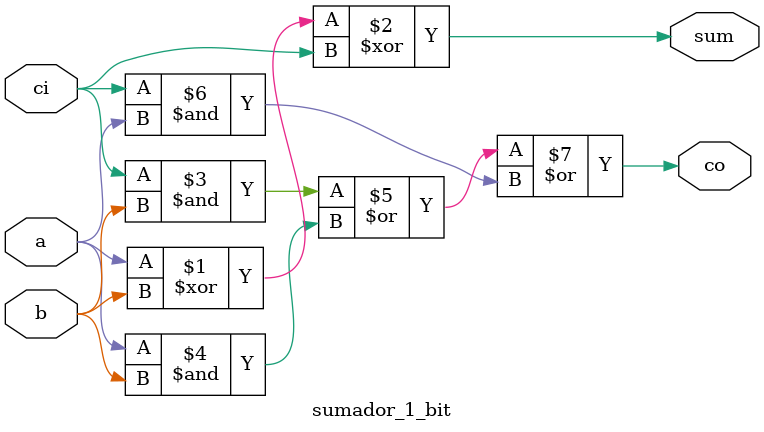
<source format=sv>
module sumador_1_bit  (input logic  a, b, ci,
								output logic sum, co);
								
	assign sum = (a ^ b) ^ ci;
	
	assign co = (ci & b) | (a & b) | (ci & a);

endmodule 
</source>
